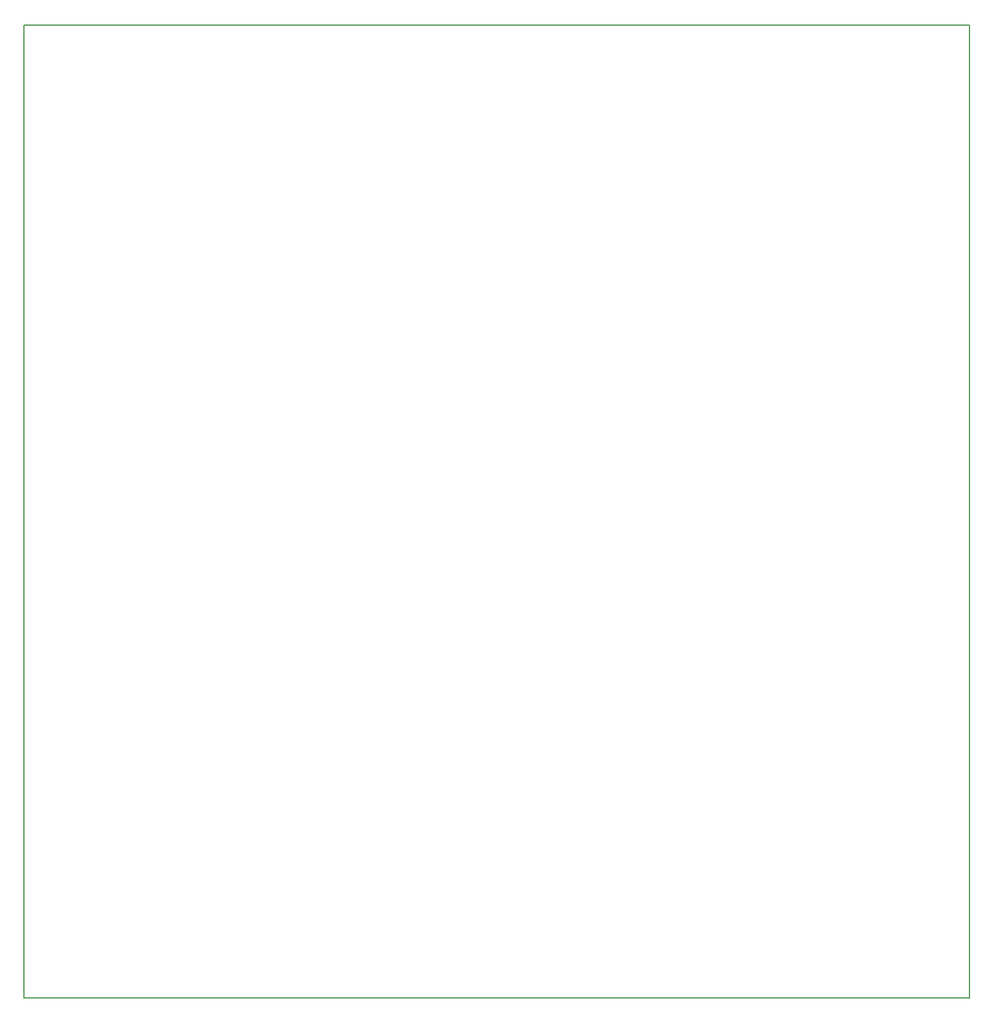
<source format=gbr>
%TF.GenerationSoftware,KiCad,Pcbnew,(5.1.7)-1*%
%TF.CreationDate,2021-05-19T11:45:42-05:00*%
%TF.ProjectId,FOURSES ARPSERGE,464f5552-5345-4532-9041-525053455247,rev?*%
%TF.SameCoordinates,Original*%
%TF.FileFunction,Profile,NP*%
%FSLAX46Y46*%
G04 Gerber Fmt 4.6, Leading zero omitted, Abs format (unit mm)*
G04 Created by KiCad (PCBNEW (5.1.7)-1) date 2021-05-19 11:45:42*
%MOMM*%
%LPD*%
G01*
G04 APERTURE LIST*
%TA.AperFunction,Profile*%
%ADD10C,0.150000*%
%TD*%
G04 APERTURE END LIST*
D10*
X72520000Y-34910000D02*
X72520000Y-176110000D01*
X209670000Y-34910000D02*
X72520000Y-34910000D01*
X209670000Y-176110000D02*
X209670000Y-34910000D01*
X72520000Y-176110000D02*
X209670000Y-176110000D01*
M02*

</source>
